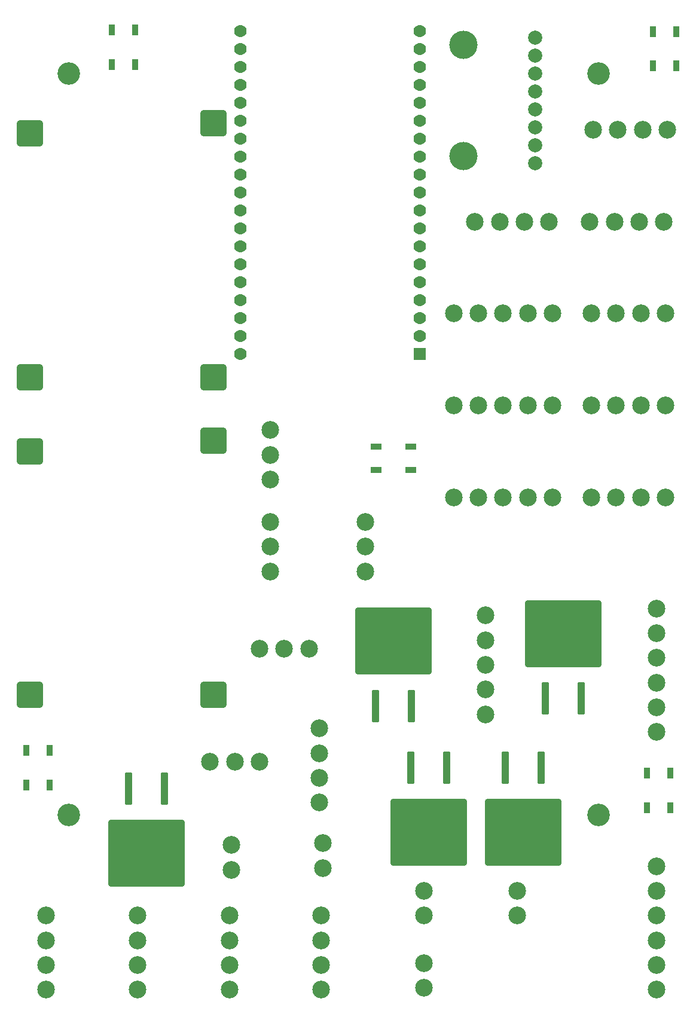
<source format=gbr>
%TF.GenerationSoftware,KiCad,Pcbnew,9.0.6*%
%TF.CreationDate,2025-12-23T13:14:00+01:00*%
%TF.ProjectId,MainBoard,4d61696e-426f-4617-9264-2e6b69636164,rev?*%
%TF.SameCoordinates,Original*%
%TF.FileFunction,Soldermask,Top*%
%TF.FilePolarity,Negative*%
%FSLAX46Y46*%
G04 Gerber Fmt 4.6, Leading zero omitted, Abs format (unit mm)*
G04 Created by KiCad (PCBNEW 9.0.6) date 2025-12-23 13:14:00*
%MOMM*%
%LPD*%
G01*
G04 APERTURE LIST*
G04 Aperture macros list*
%AMRoundRect*
0 Rectangle with rounded corners*
0 $1 Rounding radius*
0 $2 $3 $4 $5 $6 $7 $8 $9 X,Y pos of 4 corners*
0 Add a 4 corners polygon primitive as box body*
4,1,4,$2,$3,$4,$5,$6,$7,$8,$9,$2,$3,0*
0 Add four circle primitives for the rounded corners*
1,1,$1+$1,$2,$3*
1,1,$1+$1,$4,$5*
1,1,$1+$1,$6,$7*
1,1,$1+$1,$8,$9*
0 Add four rect primitives between the rounded corners*
20,1,$1+$1,$2,$3,$4,$5,0*
20,1,$1+$1,$4,$5,$6,$7,0*
20,1,$1+$1,$6,$7,$8,$9,0*
20,1,$1+$1,$8,$9,$2,$3,0*%
G04 Aperture macros list end*
%ADD10C,2.500000*%
%ADD11C,3.200000*%
%ADD12RoundRect,0.090000X-0.660000X-0.360000X0.660000X-0.360000X0.660000X0.360000X-0.660000X0.360000X0*%
%ADD13RoundRect,0.090000X0.360000X-0.660000X0.360000X0.660000X-0.360000X0.660000X-0.360000X-0.660000X0*%
%ADD14RoundRect,0.250000X0.300000X-2.050000X0.300000X2.050000X-0.300000X2.050000X-0.300000X-2.050000X0*%
%ADD15RoundRect,0.250002X5.149998X-4.449998X5.149998X4.449998X-5.149998X4.449998X-5.149998X-4.449998X0*%
%ADD16RoundRect,0.250000X-0.300000X2.050000X-0.300000X-2.050000X0.300000X-2.050000X0.300000X2.050000X0*%
%ADD17RoundRect,0.250002X-5.149998X4.449998X-5.149998X-4.449998X5.149998X-4.449998X5.149998X4.449998X0*%
%ADD18C,4.000000*%
%ADD19C,2.000000*%
%ADD20RoundRect,0.102000X0.780000X0.780000X-0.780000X0.780000X-0.780000X-0.780000X0.780000X-0.780000X0*%
%ADD21C,1.764000*%
%ADD22RoundRect,0.570000X1.330000X-1.330000X1.330000X1.330000X-1.330000X1.330000X-1.330000X-1.330000X0*%
G04 APERTURE END LIST*
D10*
%TO.C,J12*%
X62000000Y-131500000D03*
X65500000Y-131500000D03*
X69000000Y-131500000D03*
%TD*%
%TO.C,J16*%
X89500000Y-84000000D03*
X93000000Y-84000000D03*
X96500000Y-84000000D03*
X100000000Y-84000000D03*
X103500000Y-84000000D03*
%TD*%
%TO.C,J11*%
X55000000Y-147500000D03*
X58500000Y-147500000D03*
X62000000Y-147500000D03*
%TD*%
D11*
%TO.C,REF\u002A\u002A*%
X110000000Y-155000000D03*
%TD*%
D12*
%TO.C,D5*%
X78550000Y-102850000D03*
X78550000Y-106150000D03*
X83450000Y-106150000D03*
X83450000Y-102850000D03*
%TD*%
D10*
%TO.C,J2*%
X57750000Y-179762500D03*
X57750000Y-176262500D03*
X57750000Y-172762500D03*
X57750000Y-169262500D03*
%TD*%
D13*
%TO.C,D10*%
X28950000Y-150750000D03*
X32250000Y-150750000D03*
X32250000Y-145850000D03*
X28950000Y-145850000D03*
%TD*%
D10*
%TO.C,J3*%
X118250000Y-162250000D03*
X118250000Y-165750000D03*
X118250000Y-169250000D03*
X118250000Y-172750000D03*
X118250000Y-176250000D03*
X118250000Y-179750000D03*
%TD*%
D14*
%TO.C,Q10*%
X78460000Y-139550000D03*
D15*
X81000000Y-130400000D03*
D14*
X83540000Y-139550000D03*
%TD*%
D11*
%TO.C,REF\u002A\u002A*%
X35000000Y-50000000D03*
%TD*%
D10*
%TO.C,J25*%
X108750000Y-71000000D03*
X112250000Y-71000000D03*
X115750000Y-71000000D03*
X119250000Y-71000000D03*
%TD*%
%TO.C,J22*%
X63500000Y-107500000D03*
X63500000Y-104000000D03*
X63500000Y-100500000D03*
%TD*%
%TO.C,J24*%
X109237500Y-58000000D03*
X112737500Y-58000000D03*
X116237500Y-58000000D03*
X119737500Y-58000000D03*
%TD*%
%TO.C,J10*%
X58000000Y-162750000D03*
X58000000Y-159250000D03*
%TD*%
D13*
%TO.C,D6*%
X117700000Y-48950000D03*
X121000000Y-48950000D03*
X121000000Y-44050000D03*
X117700000Y-44050000D03*
%TD*%
D10*
%TO.C,J17*%
X94000000Y-126750000D03*
X94000000Y-130250000D03*
X94000000Y-133750000D03*
X94000000Y-137250000D03*
X94000000Y-140750000D03*
%TD*%
%TO.C,J23*%
X89500000Y-110000000D03*
X93000000Y-110000000D03*
X96500000Y-110000000D03*
X100000000Y-110000000D03*
X103500000Y-110000000D03*
%TD*%
D14*
%TO.C,Q11*%
X102435000Y-138475000D03*
D15*
X104975000Y-129325000D03*
D14*
X107515000Y-138475000D03*
%TD*%
D10*
%TO.C,J7*%
X44750000Y-179750000D03*
X44750000Y-176250000D03*
X44750000Y-172750000D03*
X44750000Y-169250000D03*
%TD*%
%TO.C,J9*%
X71000000Y-162500000D03*
X71000000Y-159000000D03*
%TD*%
%TO.C,J13*%
X70500000Y-153262500D03*
X70500000Y-149762500D03*
X70500000Y-146262500D03*
X70500000Y-142762500D03*
%TD*%
D16*
%TO.C,Q3*%
X48515000Y-151275000D03*
D17*
X45975000Y-160425000D03*
D16*
X43435000Y-151275000D03*
%TD*%
D10*
%TO.C,J5*%
X98500000Y-169250000D03*
X98500000Y-165750000D03*
%TD*%
D11*
%TO.C,REF\u002A\u002A*%
X110000000Y-50000000D03*
%TD*%
D10*
%TO.C,J15*%
X92500000Y-71000000D03*
X96000000Y-71000000D03*
X99500000Y-71000000D03*
X103000000Y-71000000D03*
%TD*%
D16*
%TO.C,Q2*%
X88515000Y-148275000D03*
D17*
X85975000Y-157425000D03*
D16*
X83435000Y-148275000D03*
%TD*%
D13*
%TO.C,D7*%
X116850000Y-153950000D03*
X120150000Y-153950000D03*
X120150000Y-149050000D03*
X116850000Y-149050000D03*
%TD*%
D10*
%TO.C,J27*%
X109000000Y-97000000D03*
X112500000Y-97000000D03*
X116000000Y-97000000D03*
X119500000Y-97000000D03*
%TD*%
%TO.C,J18*%
X118250000Y-125750000D03*
X118250000Y-129250000D03*
X118250000Y-132750000D03*
X118250000Y-136250000D03*
X118250000Y-139750000D03*
X118250000Y-143250000D03*
%TD*%
%TO.C,J19*%
X89500000Y-97000000D03*
X93000000Y-97000000D03*
X96500000Y-97000000D03*
X100000000Y-97000000D03*
X103500000Y-97000000D03*
%TD*%
%TO.C,J8*%
X31750000Y-179750000D03*
X31750000Y-176250000D03*
X31750000Y-172750000D03*
X31750000Y-169250000D03*
%TD*%
%TO.C,J1*%
X70750000Y-179750000D03*
X70750000Y-176250000D03*
X70750000Y-172750000D03*
X70750000Y-169250000D03*
%TD*%
%TO.C,J28*%
X109000000Y-110000000D03*
X112500000Y-110000000D03*
X116000000Y-110000000D03*
X119500000Y-110000000D03*
%TD*%
D13*
%TO.C,D11*%
X41100000Y-48700000D03*
X44400000Y-48700000D03*
X44400000Y-43800000D03*
X41100000Y-43800000D03*
%TD*%
D18*
%TO.C,J20*%
X90856000Y-61734000D03*
X90856000Y-45986000D03*
D19*
X101016000Y-62750000D03*
X101016000Y-60210000D03*
X101016000Y-57670000D03*
X101016000Y-55130000D03*
X101016000Y-52590000D03*
X101016000Y-50050000D03*
X101016000Y-47510000D03*
X101016000Y-44970000D03*
%TD*%
D20*
%TO.C,U6*%
X84700000Y-89760000D03*
D21*
X84700000Y-87220000D03*
X84700000Y-84680000D03*
X84700000Y-82140000D03*
X84700000Y-79600000D03*
X84700000Y-77060000D03*
X84700000Y-74520000D03*
X84700000Y-71980000D03*
X84700000Y-69440000D03*
X84700000Y-66900000D03*
X84700000Y-64360000D03*
X84700000Y-61820000D03*
X84700000Y-59280000D03*
X84700000Y-56740000D03*
X84700000Y-54200000D03*
X84700000Y-51660000D03*
X84700000Y-49120000D03*
X84700000Y-46580000D03*
X84700000Y-44040000D03*
X59300000Y-89760000D03*
X59300000Y-87220000D03*
X59300000Y-84680000D03*
X59300000Y-82140000D03*
X59300000Y-79600000D03*
X59300000Y-77060000D03*
X59300000Y-74520000D03*
X59300000Y-71980000D03*
X59300000Y-69440000D03*
X59300000Y-66900000D03*
X59300000Y-64360000D03*
X59300000Y-61820000D03*
X59300000Y-59280000D03*
X59300000Y-56740000D03*
X59300000Y-54200000D03*
X59300000Y-51660000D03*
X59300000Y-49120000D03*
X59300000Y-46580000D03*
X59300000Y-44040000D03*
%TD*%
D10*
%TO.C,J6*%
X85250000Y-169250000D03*
X85250000Y-165750000D03*
%TD*%
%TO.C,J14*%
X63500000Y-120500000D03*
X63500000Y-117000000D03*
X63500000Y-113500000D03*
%TD*%
D22*
%TO.C,U4*%
X29500000Y-93000000D03*
X29500000Y-58500000D03*
X55500000Y-93000000D03*
X55500000Y-57000000D03*
%TD*%
%TO.C,U3*%
X29500000Y-138000000D03*
X29500000Y-103500000D03*
X55500000Y-138000000D03*
X55500000Y-102000000D03*
%TD*%
D11*
%TO.C,REF\u002A\u002A*%
X35000000Y-155000000D03*
%TD*%
D10*
%TO.C,J26*%
X109000000Y-84000000D03*
X112500000Y-84000000D03*
X116000000Y-84000000D03*
X119500000Y-84000000D03*
%TD*%
%TO.C,J21*%
X77000000Y-120500000D03*
X77000000Y-117000000D03*
X77000000Y-113500000D03*
%TD*%
%TO.C,J4*%
X85250000Y-179500000D03*
X85250000Y-176000000D03*
%TD*%
D16*
%TO.C,Q1*%
X101915000Y-148275000D03*
D17*
X99375000Y-157425000D03*
D16*
X96835000Y-148275000D03*
%TD*%
M02*

</source>
